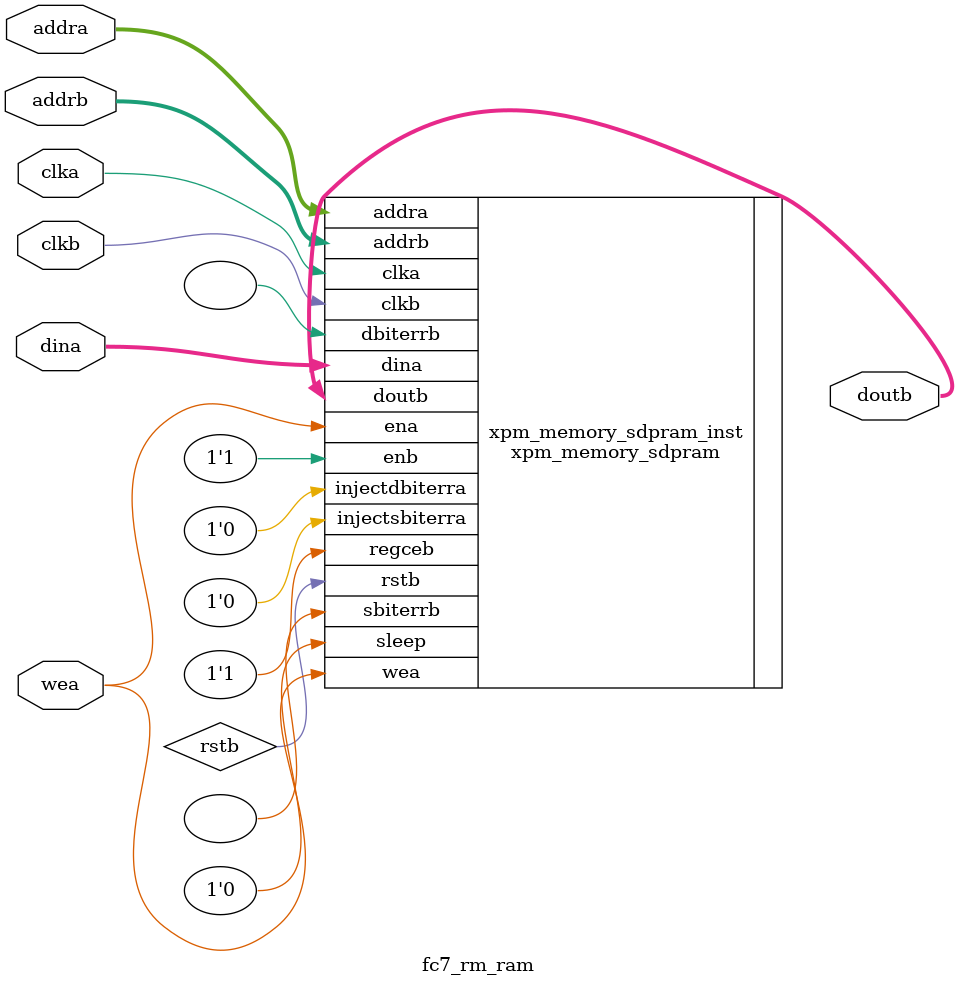
<source format=v>
module fc7_rm_ram(clka, wea, addra, dina, clkb, addrb, doutb);
  input clka;
  input [0:0]wea;
  input [10:0]addra;
  input [31:0]dina;
  input clkb;
  input [10:0]addrb;
  output [31:0]doutb;

   // xpm_memory_sdpram: Simple Dual Port RAM
   // Xilinx Parameterized Macro, version 2020.2

   xpm_memory_sdpram #(
      .ADDR_WIDTH_A(11),               // DECIMAL
      .ADDR_WIDTH_B(11),               // DECIMAL
      .AUTO_SLEEP_TIME(0),            // DECIMAL
      .BYTE_WRITE_WIDTH_A(32),        // DECIMAL
      .CASCADE_HEIGHT(0),             // DECIMAL
      .CLOCKING_MODE("common_clock"), // String
      .ECC_MODE("no_ecc"),            // String
      .MEMORY_INIT_FILE("none"),      // String
      .MEMORY_INIT_PARAM("0"),        // String
      .MEMORY_OPTIMIZATION("true"),   // String
      .MEMORY_PRIMITIVE("ultra"),      // String
      .MEMORY_SIZE(65536),             // DECIMAL
      .MESSAGE_CONTROL(0),            // DECIMAL
      .READ_DATA_WIDTH_B(32),         // DECIMAL
      .READ_LATENCY_B(2),             // DECIMAL
      .READ_RESET_VALUE_B("0"),       // String
      .RST_MODE_A("SYNC"),            // String
      .RST_MODE_B("SYNC"),            // String
      .SIM_ASSERT_CHK(0),             // DECIMAL; 0=disable simulation messages, 1=enable simulation messages
      .USE_EMBEDDED_CONSTRAINT(0),    // DECIMAL
      .USE_MEM_INIT(0),               // DECIMAL
      .WAKEUP_TIME("disable_sleep"),  // String
      .WRITE_DATA_WIDTH_A(32),        // DECIMAL
      .WRITE_MODE_B("read_first")      // String
   )
   xpm_memory_sdpram_inst (
      .dbiterrb(),             // 1-bit output: Status signal to indicate double bit error occurrence
                                       // on the data output of port B.

      .doutb(doutb),                   // READ_DATA_WIDTH_B-bit output: Data output for port B read operations.
      .sbiterrb(),             // 1-bit output: Status signal to indicate single bit error occurrence
                                       // on the data output of port B.

      .addra(addra),                   // ADDR_WIDTH_A-bit input: Address for port A write operations.
      .addrb(addrb),                   // ADDR_WIDTH_B-bit input: Address for port B read operations.
      .clka(clka),                     // 1-bit input: Clock signal for port A. Also clocks port B when
                                       // parameter CLOCKING_MODE is "common_clock".

      .clkb(clkb),                     // 1-bit input: Clock signal for port B when parameter CLOCKING_MODE is
                                       // "independent_clock". Unused when parameter CLOCKING_MODE is
                                       // "common_clock".

      .dina(dina),                     // WRITE_DATA_WIDTH_A-bit input: Data input for port A write operations.
      .ena(wea),                       // 1-bit input: Memory enable signal for port A. Must be high on clock
                                       // cycles when write operations are initiated. Pipelined internally.

      .enb(1'b1),                       // 1-bit input: Memory enable signal for port B. Must be high on clock
                                       // cycles when read operations are initiated. Pipelined internally.

      .injectdbiterra(1'b0), // 1-bit input: Controls double bit error injection on input data when
                                       // ECC enabled (Error injection capability is not available in
                                       // "decode_only" mode).

      .injectsbiterra(1'b0), // 1-bit input: Controls single bit error injection on input data when
                                       // ECC enabled (Error injection capability is not available in
                                       // "decode_only" mode).

      .regceb(1'b1),                 // 1-bit input: Clock Enable for the last register stage on the output
                                       // data path.

      .rstb(rstb),                     // 1-bit input: Reset signal for the final port B output register stage.
                                       // Synchronously resets output port doutb to the value specified by
                                       // parameter READ_RESET_VALUE_B.

      .sleep(1'b0),                   // 1-bit input: sleep signal to enable the dynamic power saving feature.
      .wea(wea)                        // WRITE_DATA_WIDTH_A/BYTE_WRITE_WIDTH_A-bit input: Write enable vector
                                       // for port A input data port dina. 1 bit wide when word-wide writes are
                                       // used. In byte-wide write configurations, each bit controls the
                                       // writing one byte of dina to address addra. For example, to
                                       // synchronously write only bits [15-8] of dina when WRITE_DATA_WIDTH_A
                                       // is 32, wea would be 4'b0010.

   );

   // End of xpm_memory_sdpram_inst instantiation


endmodule

</source>
